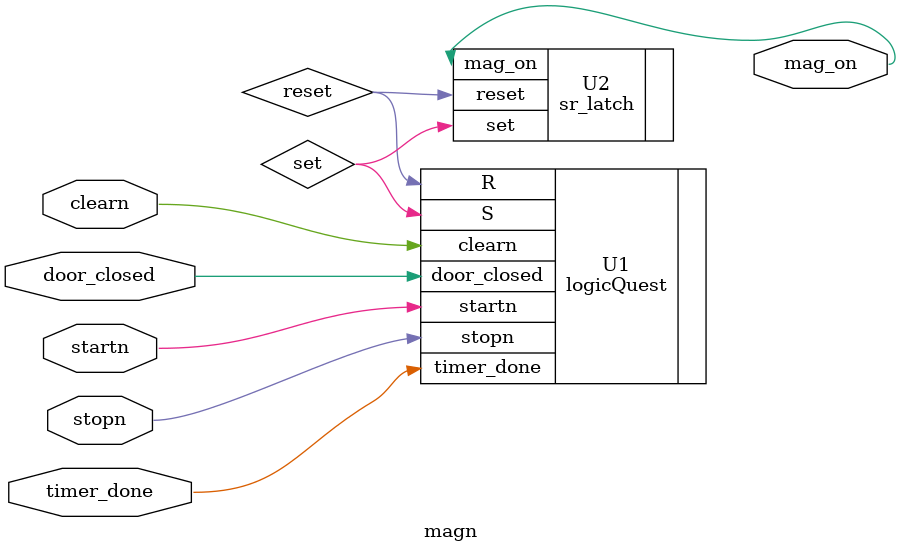
<source format=v>
`include "Nivel 3/Logicquest/logicQuest.v"
`include "Nivel 3/sr_latch/sr_latch.v"
module magn (
    input wire startn, stopn, clearn, door_closed, timer_done,
    output wire mag_on
);
    wire set, reset;
  	
    logicQuest U1(.startn(startn), .stopn(stopn), .clearn(clearn), 
                  .door_closed(door_closed), .timer_done(timer_done), .S(set), .R(reset));

    sr_latch U2(.set(set), .reset(reset), .mag_on(mag_on));

endmodule
</source>
